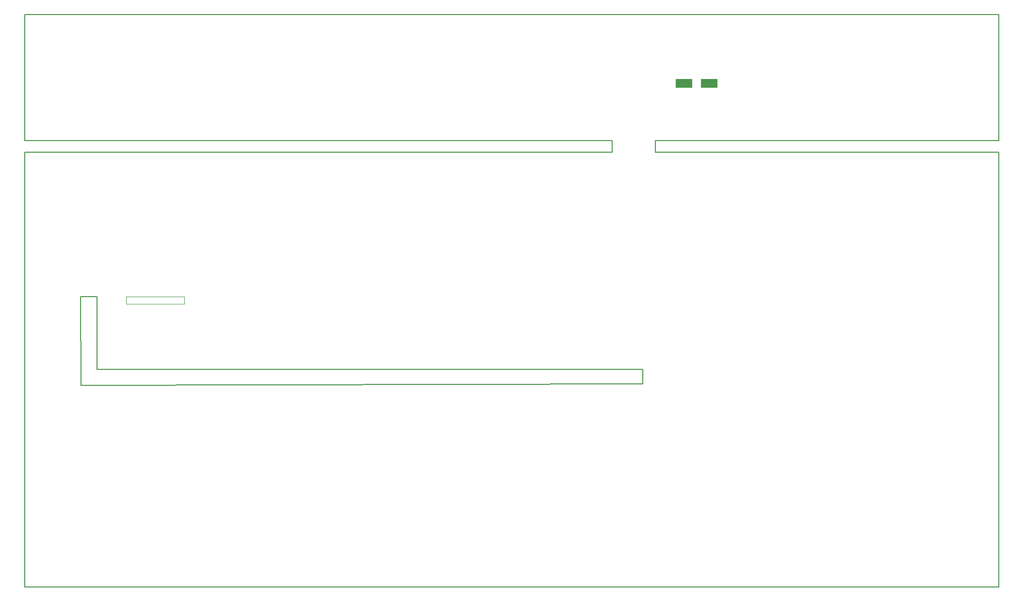
<source format=gbr>
%TF.GenerationSoftware,KiCad,Pcbnew,(5.0.0)*%
%TF.CreationDate,2018-09-16T11:13:20+01:00*%
%TF.ProjectId,AquaHub,417175614875622E6B696361645F7063,rev?*%
%TF.SameCoordinates,Original*%
%TF.FileFunction,Paste,Bot*%
%TF.FilePolarity,Positive*%
%FSLAX46Y46*%
G04 Gerber Fmt 4.6, Leading zero omitted, Abs format (unit mm)*
G04 Created by KiCad (PCBNEW (5.0.0)) date 09/16/18 11:13:20*
%MOMM*%
%LPD*%
G01*
G04 APERTURE LIST*
%ADD10C,0.080000*%
%ADD11C,0.200000*%
%ADD12R,3.000000X1.600000*%
G04 APERTURE END LIST*
D10*
X55880000Y-104140000D02*
X55880000Y-102870000D01*
X66040000Y-104140000D02*
X55880000Y-104140000D01*
X66040000Y-102870000D02*
X66040000Y-104140000D01*
X55880000Y-102870000D02*
X66040000Y-102870000D01*
D11*
X50800000Y-102870000D02*
X47879000Y-102870000D01*
X50800000Y-106045000D02*
X50800000Y-102870000D01*
X146050000Y-115570000D02*
X146050000Y-118110000D01*
X140680000Y-77590000D02*
X140680000Y-75590000D01*
X148180000Y-75590000D02*
X148180000Y-77590000D01*
X148180000Y-77590000D02*
X208180000Y-77590000D01*
X208180000Y-75590000D02*
X148180000Y-75590000D01*
X208180000Y-53590000D02*
X208180000Y-75590000D01*
X38180000Y-53590000D02*
X208180000Y-53590000D01*
X38180000Y-75590000D02*
X38180000Y-53590000D01*
X140680000Y-75590000D02*
X38180000Y-75590000D01*
X48006000Y-118364000D02*
X47879000Y-102870000D01*
X146050000Y-118110000D02*
X48006000Y-118364000D01*
X50800000Y-115570000D02*
X146050000Y-115570000D01*
X50800000Y-106045000D02*
X50800000Y-115570000D01*
X38180000Y-153590000D02*
X208180000Y-153590000D01*
X38180000Y-77590000D02*
X38180000Y-153590000D01*
X140680000Y-77590000D02*
X38180000Y-77590000D01*
X208180000Y-77590000D02*
X208180000Y-153590000D01*
D12*
X157580000Y-65590000D03*
X153180000Y-65590000D03*
M02*

</source>
